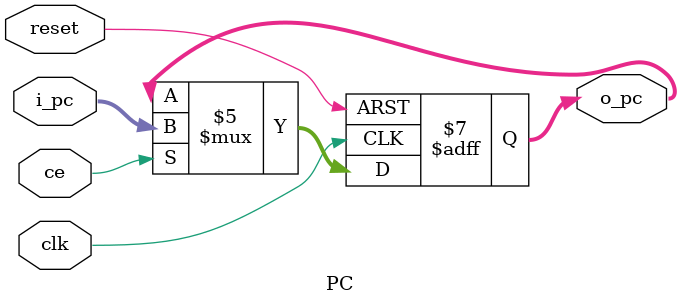
<source format=v>
`timescale 1ns / 1ps


module PC(
    input clk,
    input reset,
    input ce,
    input [19:0] i_pc,
    output reg [19:0] o_pc
    );
    
    always @ (posedge clk or posedge reset)
    begin
        if(reset == 1'b1)
        begin
            o_pc = 20'h00000;
        end
        else
        begin
            if(ce == 1'b1)
            begin
                o_pc = i_pc;
            end
        end
    end
endmodule
</source>
